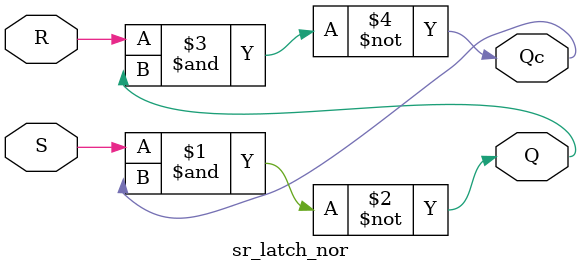
<source format=v>
/*
Modeling:
	Switch Level [MOS simulation]
	Gate Level modeling [ primitive logic gate ]
	Dataflow   modeling [ assign ]
	Behavioral modeling [ always ] [ Sequential Circuit ]
	
	Dataflow + Behavioral => RTL (Register transfer level)

	
Basic Gates (8 + 4)
    and, nand, or, nor, xor, xnor, not, buf
  Tri-state
    bufif0, bufif1, notif0, notif1
*/

module 
sr_latch_nor(Q, Qc, S, R);  //<- semicolon !!

   input   S, R;
   output  Q, Qc;
   
   // Do AND on an array = Do AND on every bit!!!!!!!!!!!!!!!!
   assign Q  = ~(S & Qc);
   assign Qc = ~(R & Q);

endmodule  //<- NO semicolon !!
</source>
